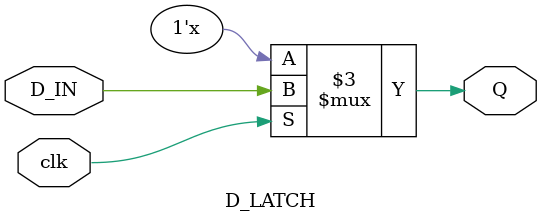
<source format=v>
`timescale 1ns / 1ps

// Author      : Venu Pabbuleti 
// ID          : N180116
//Branch       : ECE
//Project Name : RTL design using Verilog
//Design  Name : D FF Using D LATCH
//Module  Name : D_LATCH
//RGUKT NUZVID 
//////////////////////////////////////////////////////////////////////////////////


module D_LATCH(clk,D_IN,Q);
input clk,D_IN;
output reg Q;

always@(clk,D_IN) begin
    case({clk})
        1'b1    :   Q<=D_IN;
        1'b0    :   Q<=Q;
		default :   Q<=1'b0;
    endcase
end
endmodule

</source>
